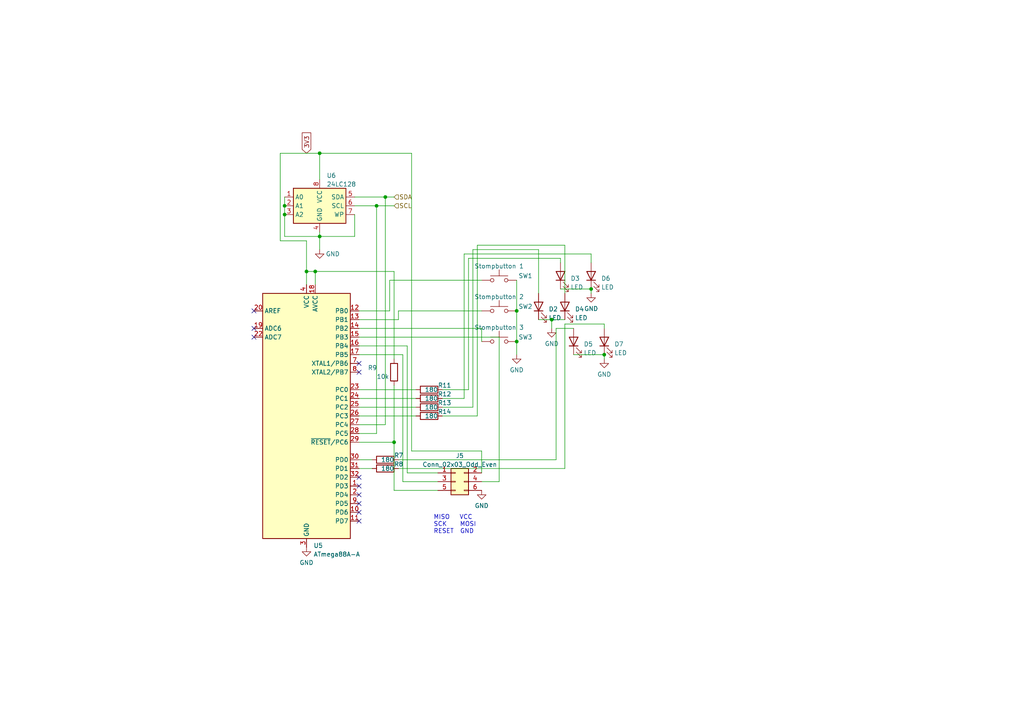
<source format=kicad_sch>
(kicad_sch (version 20230121) (generator eeschema)
  (paper "A4")
  (lib_symbols
    (symbol "Connector_Generic:Conn_02x03_Odd_Even" (pin_names (offset 1.016) hide)
      (property "Reference" "J" (at 1.27 5.08 0))
      (property "Value" "Conn_02x03_Odd_Even" (at 1.27 -5.08 0))
      (symbol "Conn_02x03_Odd_Even_1_1"
        (rectangle (start -1.27 -2.413) (end 0 -2.667) (stroke (width 0.1524)))
        (rectangle (start -1.27 0.127) (end 0 -0.127) (stroke (width 0.1524)))
        (rectangle (start -1.27 2.667) (end 0 2.413) (stroke (width 0.1524)))
        (rectangle (start -1.27 3.81) (end 3.81 -3.81) (stroke (width 0.254)) (fill (type background)))
        (rectangle (start 3.81 -2.413) (end 2.54 -2.667) (stroke (width 0.1524)))
        (rectangle (start 3.81 0.127) (end 2.54 -0.127) (stroke (width 0.1524)))
        (rectangle (start 3.81 2.667) (end 2.54 2.413) (stroke (width 0.1524)))
        (pin passive line (at -5.08 2.54 0) (length 3.81) (name "Pin_1") (number "1"))
        (pin passive line (at 7.62 2.54 180) (length 3.81) (name "Pin_2") (number "2"))
        (pin passive line (at -5.08 0 0) (length 3.81) (name "Pin_3") (number "3"))
        (pin passive line (at 7.62 0 180) (length 3.81) (name "Pin_4") (number "4"))
        (pin passive line (at -5.08 -2.54 0) (length 3.81) (name "Pin_5") (number "5"))
        (pin passive line (at 7.62 -2.54 180) (length 3.81) (name "Pin_6") (number "6"))
      )
    )
    (symbol "Device:LED" (pin_numbers hide) (pin_names (offset 1.016) hide)
      (property "Reference" "D" (at 0 2.54 0))
      (property "Value" "LED" (at 0 -2.54 0))
      (symbol "LED_0_1"
        (polyline (pts (xy -1.27 -1.27) (xy -1.27 1.27)) (stroke (width 0.254)))
        (polyline (pts (xy -1.27 0) (xy 1.27 0)))
        (polyline (pts (xy 1.27 -1.27) (xy 1.27 1.27) (xy -1.27 0) (xy 1.27 -1.27)) (stroke (width 0.254)))
        (polyline (pts (xy -3.048 -0.762) (xy -4.572 -2.286) (xy -3.81 -2.286) (xy -4.572 -2.286) (xy -4.572 -1.524)))
        (polyline (pts (xy -1.778 -0.762) (xy -3.302 -2.286) (xy -2.54 -2.286) (xy -3.302 -2.286) (xy -3.302 -1.524)))
      )
      (symbol "LED_1_1"
        (pin passive line (at -3.81 0 0) (length 2.54) (name "K") (number "1"))
        (pin passive line (at 3.81 0 180) (length 2.54) (name "A") (number "2"))
      )
    )
    (symbol "Device:R" (pin_numbers hide) (pin_names (offset 0))
      (property "Reference" "R" (at 2.032 0 90))
      (property "Value" "R" (at 0 0 90))
      (symbol "R_0_1"
        (rectangle (start -1.016 -2.54) (end 1.016 2.54) (stroke (width 0.254)))
      )
      (symbol "R_1_1"
        (pin passive line (at 0 3.81 270) (length 1.27) (name "~") (number "1"))
        (pin passive line (at 0 -3.81 90) (length 1.27) (name "~") (number "2"))
      )
    )
    (symbol "MCU_Microchip_ATmega:ATmega88A-A"
      (property "Reference" "U" (at -12.7 36.83 0))
      (property "Value" "ATmega88A-A" (at 2.54 -36.83 0))
      (symbol "ATmega88A-A_0_1"
        (rectangle (start -12.7 -35.56) (end 12.7 35.56) (stroke (width 0.254)) (fill (type background)))
      )
      (symbol "ATmega88A-A_1_1"
        (pin bidirectional line (at 15.24 -20.32 180) (length 2.54) (name "PD3") (number "1"))
        (pin bidirectional line (at 15.24 -27.94 180) (length 2.54) (name "PD6") (number "10"))
        (pin bidirectional line (at 15.24 -30.48 180) (length 2.54) (name "PD7") (number "11"))
        (pin bidirectional line (at 15.24 30.48 180) (length 2.54) (name "PB0") (number "12"))
        (pin bidirectional line (at 15.24 27.94 180) (length 2.54) (name "PB1") (number "13"))
        (pin bidirectional line (at 15.24 25.4 180) (length 2.54) (name "PB2") (number "14"))
        (pin bidirectional line (at 15.24 22.86 180) (length 2.54) (name "PB3") (number "15"))
        (pin bidirectional line (at 15.24 20.32 180) (length 2.54) (name "PB4") (number "16"))
        (pin bidirectional line (at 15.24 17.78 180) (length 2.54) (name "PB5") (number "17"))
        (pin power_in line (at 2.54 38.1 270) (length 2.54) (name "AVCC") (number "18"))
        (pin input line (at -15.24 25.4 0) (length 2.54) (name "ADC6") (number "19"))
        (pin bidirectional line (at 15.24 -22.86 180) (length 2.54) (name "PD4") (number "2"))
        (pin passive line (at -15.24 30.48 0) (length 2.54) (name "AREF") (number "20"))
        (pin passive line (at 0 -38.1 90) (length 2.54) hide (name "GND") (number "21"))
        (pin input line (at -15.24 22.86 0) (length 2.54) (name "ADC7") (number "22"))
        (pin bidirectional line (at 15.24 7.62 180) (length 2.54) (name "PC0") (number "23"))
        (pin bidirectional line (at 15.24 5.08 180) (length 2.54) (name "PC1") (number "24"))
        (pin bidirectional line (at 15.24 2.54 180) (length 2.54) (name "PC2") (number "25"))
        (pin bidirectional line (at 15.24 0 180) (length 2.54) (name "PC3") (number "26"))
        (pin bidirectional line (at 15.24 -2.54 180) (length 2.54) (name "PC4") (number "27"))
        (pin bidirectional line (at 15.24 -5.08 180) (length 2.54) (name "PC5") (number "28"))
        (pin bidirectional line (at 15.24 -7.62 180) (length 2.54) (name "~{RESET}/PC6") (number "29"))
        (pin power_in line (at 0 -38.1 90) (length 2.54) (name "GND") (number "3"))
        (pin bidirectional line (at 15.24 -12.7 180) (length 2.54) (name "PD0") (number "30"))
        (pin bidirectional line (at 15.24 -15.24 180) (length 2.54) (name "PD1") (number "31"))
        (pin bidirectional line (at 15.24 -17.78 180) (length 2.54) (name "PD2") (number "32"))
        (pin power_in line (at 0 38.1 270) (length 2.54) (name "VCC") (number "4"))
        (pin passive line (at 0 -38.1 90) (length 2.54) hide (name "GND") (number "5"))
        (pin passive line (at 0 38.1 270) (length 2.54) hide (name "VCC") (number "6"))
        (pin bidirectional line (at 15.24 15.24 180) (length 2.54) (name "XTAL1/PB6") (number "7"))
        (pin bidirectional line (at 15.24 12.7 180) (length 2.54) (name "XTAL2/PB7") (number "8"))
        (pin bidirectional line (at 15.24 -25.4 180) (length 2.54) (name "PD5") (number "9"))
      )
    )
    (symbol "Memory_EEPROM:24LC128"
      (property "Reference" "U" (at -6.35 6.35 0))
      (property "Value" "24LC128" (at 1.27 6.35 0))
      (symbol "24LC128_1_1"
        (rectangle (start -7.62 5.08) (end 7.62 -5.08) (stroke (width 0.254)) (fill (type background)))
        (pin input line (at -10.16 2.54 0) (length 2.54) (name "A0") (number "1"))
        (pin input line (at -10.16 0 0) (length 2.54) (name "A1") (number "2"))
        (pin input line (at -10.16 -2.54 0) (length 2.54) (name "A2") (number "3"))
        (pin power_in line (at 0 -7.62 90) (length 2.54) (name "GND") (number "4"))
        (pin bidirectional line (at 10.16 2.54 180) (length 2.54) (name "SDA") (number "5"))
        (pin input line (at 10.16 0 180) (length 2.54) (name "SCL") (number "6"))
        (pin input line (at 10.16 -2.54 180) (length 2.54) (name "WP") (number "7"))
        (pin power_in line (at 0 7.62 270) (length 2.54) (name "VCC") (number "8"))
      )
    )
    (symbol "Switch:SW_Push" (pin_numbers hide) (pin_names (offset 1.016) hide)
      (property "Reference" "SW" (at 1.27 2.54 0))
      (property "Value" "SW_Push" (at 0 -1.524 0))
      (symbol "SW_Push_0_1"
        (circle (center -2.032 0) (radius 0.508))
        (polyline (pts (xy 0 1.27) (xy 0 3.048)))
        (polyline (pts (xy 2.54 1.27) (xy -2.54 1.27)))
        (circle (center 2.032 0) (radius 0.508))
        (pin passive line (at -5.08 0 0) (length 2.54) (name "1") (number "1"))
        (pin passive line (at 5.08 0 180) (length 2.54) (name "2") (number "2"))
      )
    )
    (symbol "power:GND" (power) (pin_names (offset 0))
      (property "Value" "GND" (at 0 -3.81 0))
      (symbol "GND_0_1"
        (polyline (pts (xy 0 0) (xy 0 -1.27) (xy 1.27 -1.27) (xy 0 -2.54) (xy -1.27 -1.27) (xy 0 -1.27)))
      )
      (symbol "GND_1_1"
        (pin power_in line (at 0 0 270) (length 0) hide (name "GND") (number "1"))
      )
    )
  )
  (junction (at 82.55 59.69))
  (junction (at 114.3 128.27))
  (junction (at 82.55 62.23))
  (junction (at 149.86 99.06))
  (junction (at 88.9 78.74))
  (junction (at 175.26 102.87))
  (junction (at 92.71 68.58))
  (junction (at 149.86 90.17))
  (junction (at 111.76 57.15))
  (junction (at 91.44 78.74))
  (junction (at 109.22 59.69))
  (junction (at 92.71 44.45))
  (junction (at 160.02 92.71))
  (junction (at 171.45 83.82))
  (no_connect (at 104.14 105.41))
  (no_connect (at 73.66 97.79))
  (no_connect (at 73.66 95.25))
  (no_connect (at 104.14 143.51))
  (no_connect (at 104.14 148.59))
  (no_connect (at 104.14 151.13))
  (no_connect (at 104.14 138.43))
  (no_connect (at 104.14 107.95))
  (no_connect (at 104.14 140.97))
  (no_connect (at 104.14 146.05))
  (no_connect (at 73.66 90.17))
  (wire (pts (xy 104.14 120.65) (xy 120.65 120.65)))
  (wire (pts (xy 104.14 97.79) (xy 144.78 97.79)))
  (wire (pts (xy 144.78 139.7) (xy 139.7 139.7)))
  (wire (pts (xy 138.43 71.12) (xy 138.43 120.65)))
  (wire (pts (xy 92.71 68.58) (xy 92.71 67.31)))
  (wire (pts (xy 111.76 123.19) (xy 111.76 57.15)))
  (wire (pts (xy 135.89 113.03) (xy 135.89 74.93)))
  (wire (pts (xy 81.28 69.85) (xy 81.28 44.45)))
  (wire (pts (xy 104.14 113.03) (xy 120.65 113.03)))
  (wire (pts (xy 102.87 68.58) (xy 92.71 68.58)))
  (wire (pts (xy 135.89 74.93) (xy 162.56 74.93)))
  (wire (pts (xy 160.02 92.71) (xy 163.83 92.71)))
  (wire (pts (xy 139.7 95.25) (xy 139.7 99.06)))
  (wire (pts (xy 114.3 128.27) (xy 114.3 111.76)))
  (wire (pts (xy 134.62 73.66) (xy 171.45 73.66)))
  (wire (pts (xy 127 142.24) (xy 114.3 142.24)))
  (wire (pts (xy 111.76 57.15) (xy 114.3 57.15)))
  (wire (pts (xy 109.22 59.69) (xy 114.3 59.69)))
  (wire (pts (xy 88.9 82.55) (xy 88.9 78.74)))
  (wire (pts (xy 88.9 78.74) (xy 88.9 69.85)))
  (wire (pts (xy 161.29 95.25) (xy 166.37 95.25)))
  (wire (pts (xy 116.84 139.7) (xy 127 139.7)))
  (wire (pts (xy 113.03 90.17) (xy 113.03 81.28)))
  (wire (pts (xy 92.71 44.45) (xy 92.71 52.07)))
  (wire (pts (xy 104.14 102.87) (xy 116.84 102.87)))
  (wire (pts (xy 118.11 100.33) (xy 118.11 137.16)))
  (wire (pts (xy 104.14 135.89) (xy 107.95 135.89)))
  (wire (pts (xy 139.7 137.16) (xy 139.7 130.81)))
  (wire (pts (xy 82.55 59.69) (xy 82.55 62.23)))
  (wire (pts (xy 118.11 137.16) (xy 127 137.16)))
  (wire (pts (xy 139.7 130.81) (xy 119.38 130.81)))
  (wire (pts (xy 116.84 102.87) (xy 116.84 139.7)))
  (wire (pts (xy 175.26 93.98) (xy 163.83 93.98)))
  (wire (pts (xy 115.57 90.17) (xy 139.7 90.17)))
  (wire (pts (xy 91.44 78.74) (xy 114.3 78.74)))
  (wire (pts (xy 115.57 133.35) (xy 161.29 133.35)))
  (wire (pts (xy 128.27 118.11) (xy 137.16 118.11)))
  (wire (pts (xy 149.86 102.87) (xy 149.86 99.06)))
  (wire (pts (xy 104.14 90.17) (xy 113.03 90.17)))
  (wire (pts (xy 166.37 102.87) (xy 175.26 102.87)))
  (wire (pts (xy 163.83 93.98) (xy 163.83 135.89)))
  (wire (pts (xy 109.22 125.73) (xy 109.22 59.69)))
  (wire (pts (xy 91.44 78.74) (xy 88.9 78.74)))
  (wire (pts (xy 175.26 95.25) (xy 175.26 93.98)))
  (wire (pts (xy 113.03 81.28) (xy 139.7 81.28)))
  (wire (pts (xy 162.56 74.93) (xy 162.56 76.2)))
  (wire (pts (xy 175.26 102.87) (xy 175.26 104.14)))
  (wire (pts (xy 82.55 68.58) (xy 82.55 62.23)))
  (wire (pts (xy 138.43 120.65) (xy 128.27 120.65)))
  (wire (pts (xy 144.78 97.79) (xy 144.78 139.7)))
  (wire (pts (xy 115.57 92.71) (xy 115.57 90.17)))
  (wire (pts (xy 128.27 115.57) (xy 134.62 115.57)))
  (wire (pts (xy 137.16 118.11) (xy 137.16 72.39)))
  (wire (pts (xy 92.71 68.58) (xy 92.71 72.39)))
  (wire (pts (xy 81.28 44.45) (xy 92.71 44.45)))
  (wire (pts (xy 119.38 130.81) (xy 119.38 44.45)))
  (wire (pts (xy 109.22 59.69) (xy 102.87 59.69)))
  (wire (pts (xy 102.87 62.23) (xy 102.87 68.58)))
  (wire (pts (xy 156.21 72.39) (xy 156.21 85.09)))
  (wire (pts (xy 104.14 95.25) (xy 139.7 95.25)))
  (wire (pts (xy 104.14 92.71) (xy 115.57 92.71)))
  (wire (pts (xy 162.56 83.82) (xy 171.45 83.82)))
  (wire (pts (xy 111.76 57.15) (xy 102.87 57.15)))
  (wire (pts (xy 119.38 44.45) (xy 92.71 44.45)))
  (wire (pts (xy 163.83 71.12) (xy 138.43 71.12)))
  (wire (pts (xy 91.44 78.74) (xy 91.44 82.55)))
  (wire (pts (xy 104.14 133.35) (xy 107.95 133.35)))
  (wire (pts (xy 104.14 125.73) (xy 109.22 125.73)))
  (wire (pts (xy 149.86 90.17) (xy 149.86 99.06)))
  (wire (pts (xy 104.14 115.57) (xy 120.65 115.57)))
  (wire (pts (xy 104.14 128.27) (xy 114.3 128.27)))
  (wire (pts (xy 104.14 118.11) (xy 120.65 118.11)))
  (wire (pts (xy 163.83 85.09) (xy 163.83 71.12)))
  (wire (pts (xy 137.16 72.39) (xy 156.21 72.39)))
  (wire (pts (xy 114.3 142.24) (xy 114.3 128.27)))
  (wire (pts (xy 92.71 68.58) (xy 82.55 68.58)))
  (wire (pts (xy 104.14 100.33) (xy 118.11 100.33)))
  (wire (pts (xy 160.02 92.71) (xy 160.02 95.25)))
  (wire (pts (xy 134.62 115.57) (xy 134.62 73.66)))
  (wire (pts (xy 171.45 83.82) (xy 171.45 85.09)))
  (wire (pts (xy 115.57 135.89) (xy 163.83 135.89)))
  (wire (pts (xy 149.86 81.28) (xy 149.86 90.17)))
  (wire (pts (xy 171.45 73.66) (xy 171.45 76.2)))
  (wire (pts (xy 156.21 92.71) (xy 160.02 92.71)))
  (wire (pts (xy 82.55 57.15) (xy 82.55 59.69)))
  (wire (pts (xy 161.29 133.35) (xy 161.29 95.25)))
  (wire (pts (xy 128.27 113.03) (xy 135.89 113.03)))
  (wire (pts (xy 104.14 123.19) (xy 111.76 123.19)))
  (wire (pts (xy 88.9 69.85) (xy 81.28 69.85)))
  (wire (pts (xy 114.3 104.14) (xy 114.3 78.74)))
  (text "MISO   VCC\nSCK    MOSI\nRESET  GND" (at 125.73 154.94 0) (effects (font (size 1.27 1.27)) (justify left bottom)))
  (global_label "3V3" (shape input) (at 88.9 44.45 90) (property "Intersheetrefs" "${INTERSHEET_REFS}" (effects hide)))
  (hierarchical_label "SCL" (shape input) (at 114.3 59.69 0))
  (hierarchical_label "SDA" (shape input) (at 114.3 57.15 0))
  (symbol (lib_id "power:GND") (at 149.86 102.87 0) (unit 1)
    (property "Reference" "#PWR07" (effects hide))
    (property "Value" "GND" (at 149.86 107.3134 0))
  )
  (symbol (lib_id "Switch:SW_Push") (at 144.78 81.28 0) (unit 1)
    (property "Reference" "SW1" (at 152.4 80.01 0))
    (property "Value" "Stompbutton 1" (at 144.78 77.1961 0))
    (property "Footprint" "Connector_PinHeader_2.54mm:PinHeader_1x02_P2.54mm_Vertical" (effects hide))
  )
  (symbol (lib_id "Device:R") (at 124.46 118.11 270) (unit 1)
    (property "Reference" "R13" (at 127 116.84 90) (effects (justify left)))
    (property "Value" "180" (at 123.19 118.11 90) (effects (justify left)))
    (property "Footprint" "Resistor_SMD:R_0603_1608Metric_Pad0.98x0.95mm_HandSolder" (effects hide))
  )
  (symbol (lib_id "Device:R") (at 124.46 113.03 270) (unit 1)
    (property "Reference" "R11" (at 127 111.76 90) (effects (justify left)))
    (property "Value" "180" (at 123.19 113.03 90) (effects (justify left)))
    (property "Footprint" "Resistor_SMD:R_0603_1608Metric_Pad0.98x0.95mm_HandSolder" (effects hide))
  )
  (symbol (lib_id "Device:R") (at 124.46 115.57 270) (unit 1)
    (property "Reference" "R12" (at 127 114.3 90) (effects (justify left)))
    (property "Value" "180" (at 123.19 115.57 90) (effects (justify left)))
    (property "Footprint" "Resistor_SMD:R_0603_1608Metric_Pad0.98x0.95mm_HandSolder" (effects hide))
  )
  (symbol (lib_id "Device:R") (at 111.76 135.89 270) (unit 1)
    (property "Reference" "R8" (at 114.3 134.62 90) (effects (justify left)))
    (property "Value" "180" (at 110.49 135.89 90) (effects (justify left)))
    (property "Footprint" "Resistor_SMD:R_0603_1608Metric_Pad0.98x0.95mm_HandSolder" (effects hide))
  )
  (symbol (lib_id "power:GND") (at 171.45 85.09 0) (unit 1)
    (property "Reference" "#PWR09" (effects hide))
    (property "Value" "GND" (at 171.45 89.5334 0))
  )
  (symbol (lib_id "Memory_EEPROM:24LC128") (at 92.71 59.69 0) (unit 1)
    (property "Reference" "U6" (at 94.7294 50.9102 0) (effects (justify left)))
    (property "Value" "24LC128" (at 94.7294 53.4471 0) (effects (justify left)))
    (property "Footprint" "Package_SO:SOIC-8_3.9x4.9mm_P1.27mm" (effects hide))
    (property "Datasheet" "http://ww1.microchip.com/downloads/en/DeviceDoc/21191s.pdf" (effects hide))
  )
  (symbol (lib_id "Device:R") (at 111.76 133.35 270) (unit 1)
    (property "Reference" "R7" (at 114.3 132.08 90) (effects (justify left)))
    (property "Value" "180" (at 110.49 133.35 90) (effects (justify left)))
    (property "Footprint" "Resistor_SMD:R_0603_1608Metric_Pad0.98x0.95mm_HandSolder" (effects hide))
  )
  (symbol (lib_id "MCU_Microchip_ATmega:ATmega88A-A") (at 88.9 120.65 0) (unit 1)
    (property "Reference" "U5" (at 90.9194 158.2404 0) (effects (justify left)))
    (property "Value" "ATmega88A-A" (at 90.9194 160.7773 0) (effects (justify left)))
    (property "Footprint" "Package_QFP:TQFP-32_7x7mm_P0.8mm" (effects hide))
    (property "Datasheet" "http://ww1.microchip.com/downloads/en/DeviceDoc/ATmega48A_88A_168A-Data-Sheet-40002007A.pdf" (effects hide))
  )
  (symbol (lib_id "Device:LED") (at 156.21 88.9 90) (unit 1)
    (property "Reference" "D2" (at 159.131 89.6528 90) (effects (justify right)))
    (property "Value" "LED" (at 159.131 92.1897 90) (effects (justify right)))
    (property "Footprint" "Connector_PinHeader_2.54mm:PinHeader_1x02_P2.54mm_Vertical" (effects hide))
  )
  (symbol (lib_id "Switch:SW_Push") (at 144.78 90.17 0) (unit 1)
    (property "Reference" "SW2" (at 152.4 88.9 0))
    (property "Value" "Stompbutton 2" (at 144.78 86.0861 0))
    (property "Footprint" "Connector_PinHeader_2.54mm:PinHeader_1x02_P2.54mm_Vertical" (effects hide))
  )
  (symbol (lib_id "power:GND") (at 160.02 95.25 0) (unit 1)
    (property "Reference" "#PWR08" (effects hide))
    (property "Value" "GND" (at 160.02 99.6934 0))
  )
  (symbol (lib_id "Device:R") (at 114.3 107.95 0) (unit 1)
    (property "Reference" "R9" (at 106.68 106.68 0) (effects (justify left)))
    (property "Value" "10k" (at 109.22 109.22 0) (effects (justify left)))
    (property "Footprint" "Resistor_SMD:R_0603_1608Metric_Pad0.98x0.95mm_HandSolder" (effects hide))
  )
  (symbol (lib_id "Device:LED") (at 175.26 99.06 90) (unit 1)
    (property "Reference" "D7" (at 178.181 99.8128 90) (effects (justify right)))
    (property "Value" "LED" (at 178.181 102.3497 90) (effects (justify right)))
    (property "Footprint" "Connector_PinHeader_2.54mm:PinHeader_1x02_P2.54mm_Vertical" (effects hide))
  )
  (symbol (lib_id "Device:LED") (at 162.56 80.01 90) (unit 1)
    (property "Reference" "D3" (at 165.481 80.7628 90) (effects (justify right)))
    (property "Value" "LED" (at 165.481 83.2997 90) (effects (justify right)))
    (property "Footprint" "Connector_PinHeader_2.54mm:PinHeader_1x02_P2.54mm_Vertical" (effects hide))
  )
  (symbol (lib_id "power:GND") (at 139.7 142.24 0) (unit 1)
    (property "Reference" "#PWR05" (effects hide))
    (property "Value" "GND" (at 139.7 146.6834 0))
  )
  (symbol (lib_id "Connector_Generic:Conn_02x03_Odd_Even") (at 132.08 139.7 0) (unit 1)
    (property "Reference" "J5" (at 133.35 132.1902 0))
    (property "Value" "Conn_02x03_Odd_Even" (at 133.35 134.7271 0))
    (property "Footprint" "Connector_PinHeader_2.54mm:PinHeader_2x03_P2.54mm_Vertical" (effects hide))
  )
  (symbol (lib_id "power:GND") (at 88.9 158.75 0) (unit 1)
    (property "Reference" "#PWR03" (effects hide))
    (property "Value" "GND" (at 88.9 163.1934 0))
  )
  (symbol (lib_id "Switch:SW_Push") (at 144.78 99.06 0) (unit 1)
    (property "Reference" "SW3" (at 152.4 97.79 0))
    (property "Value" "Stompbutton 3" (at 144.78 94.9761 0))
    (property "Footprint" "Connector_PinHeader_2.54mm:PinHeader_1x02_P2.54mm_Vertical" (effects hide))
  )
  (symbol (lib_id "power:GND") (at 175.26 104.14 0) (unit 1)
    (property "Reference" "#PWR010" (effects hide))
    (property "Value" "GND" (at 175.26 108.5834 0))
  )
  (symbol (lib_id "Device:LED") (at 163.83 88.9 90) (unit 1)
    (property "Reference" "D4" (at 166.751 89.6528 90) (effects (justify right)))
    (property "Value" "LED" (at 166.751 92.1897 90) (effects (justify right)))
    (property "Footprint" "Connector_PinHeader_2.54mm:PinHeader_1x02_P2.54mm_Vertical" (effects hide))
  )
  (symbol (lib_id "Device:LED") (at 171.45 80.01 90) (unit 1)
    (property "Reference" "D6" (at 174.371 80.7628 90) (effects (justify right)))
    (property "Value" "LED" (at 174.371 83.2997 90) (effects (justify right)))
    (property "Footprint" "Connector_PinHeader_2.54mm:PinHeader_1x02_P2.54mm_Vertical" (effects hide))
  )
  (symbol (lib_id "Device:LED") (at 166.37 99.06 90) (unit 1)
    (property "Reference" "D5" (at 169.291 99.8128 90) (effects (justify right)))
    (property "Value" "LED" (at 169.291 102.3497 90) (effects (justify right)))
    (property "Footprint" "Connector_PinHeader_2.54mm:PinHeader_1x02_P2.54mm_Vertical" (effects hide))
  )
  (symbol (lib_id "Device:R") (at 124.46 120.65 270) (unit 1)
    (property "Reference" "R14" (at 127 119.38 90) (effects (justify left)))
    (property "Value" "180" (at 123.19 120.65 90) (effects (justify left)))
    (property "Footprint" "Resistor_SMD:R_0603_1608Metric_Pad0.98x0.95mm_HandSolder" (effects hide))
  )
  (symbol (lib_id "power:GND") (at 92.71 72.39 0) (unit 1)
    (property "Reference" "#PWR04" (effects hide))
    (property "Value" "GND" (at 96.52 73.66 0))
  )
)
</source>
